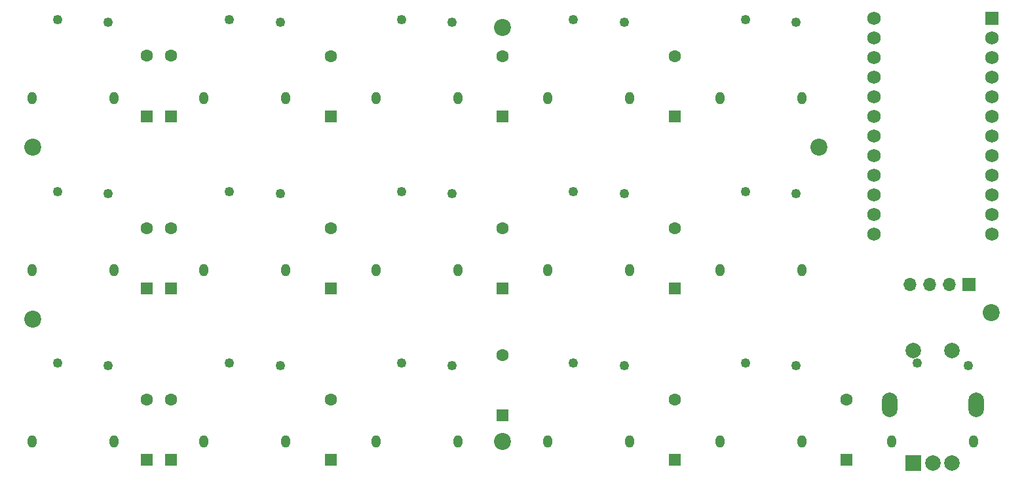
<source format=gts>
G04 #@! TF.GenerationSoftware,KiCad,Pcbnew,(6.0.1-0)*
G04 #@! TF.CreationDate,2023-03-27T09:33:25-07:00*
G04 #@! TF.ProjectId,pcb-chocmini,7063622d-6368-46f6-936d-696e692e6b69,rev?*
G04 #@! TF.SameCoordinates,Original*
G04 #@! TF.FileFunction,Soldermask,Top*
G04 #@! TF.FilePolarity,Negative*
%FSLAX46Y46*%
G04 Gerber Fmt 4.6, Leading zero omitted, Abs format (unit mm)*
G04 Created by KiCad (PCBNEW (6.0.1-0)) date 2023-03-27 09:33:25*
%MOMM*%
%LPD*%
G01*
G04 APERTURE LIST*
%ADD10O,1.200000X1.600000*%
%ADD11C,1.250000*%
%ADD12O,2.000000X3.200000*%
%ADD13R,2.000000X2.000000*%
%ADD14C,2.000000*%
%ADD15R,1.600000X1.600000*%
%ADD16C,1.600000*%
%ADD17C,2.200000*%
%ADD18R,1.700000X1.700000*%
%ADD19O,1.700000X1.700000*%
%ADD20R,1.752600X1.752600*%
%ADD21C,1.752600*%
G04 APERTURE END LIST*
D10*
X130702500Y-113493750D03*
D11*
X123412500Y-103343750D03*
D10*
X120122500Y-113493750D03*
D11*
X129992500Y-103643750D03*
D10*
X86252500Y-113493750D03*
D11*
X78962500Y-103343750D03*
D10*
X75672500Y-113493750D03*
D11*
X85542500Y-103643750D03*
D10*
X108477500Y-91268750D03*
D11*
X101187500Y-81118750D03*
D10*
X97897500Y-91268750D03*
D11*
X107767500Y-81418750D03*
D10*
X175152500Y-113493750D03*
D11*
X167862500Y-103343750D03*
D10*
X164572500Y-113493750D03*
D11*
X174442500Y-103643750D03*
D10*
X175152500Y-69043750D03*
D11*
X167862500Y-58893750D03*
D10*
X164572500Y-69043750D03*
D11*
X174442500Y-59193750D03*
D10*
X175152500Y-91268750D03*
D11*
X167862500Y-81118750D03*
D10*
X164572500Y-91268750D03*
D11*
X174442500Y-81418750D03*
D10*
X108477500Y-113493750D03*
D11*
X101187500Y-103343750D03*
D10*
X97897500Y-113493750D03*
D11*
X107767500Y-103643750D03*
D10*
X197377500Y-113493750D03*
D11*
X190087500Y-103343750D03*
D10*
X186797500Y-113493750D03*
D11*
X196667500Y-103643750D03*
D10*
X152927500Y-91268750D03*
D11*
X145637500Y-81118750D03*
D10*
X142347500Y-91268750D03*
D11*
X152217500Y-81418750D03*
D10*
X152927500Y-113493750D03*
D11*
X145637500Y-103343750D03*
D10*
X142347500Y-113493750D03*
D11*
X152217500Y-103643750D03*
D10*
X86252500Y-91268750D03*
D11*
X78962500Y-81118750D03*
D10*
X75672500Y-91268750D03*
D11*
X85542500Y-81418750D03*
D10*
X86252500Y-69043750D03*
D11*
X78962500Y-58893750D03*
D10*
X75672500Y-69043750D03*
D11*
X85542500Y-59193750D03*
D10*
X108477500Y-69043750D03*
D11*
X101187500Y-58893750D03*
D10*
X97897500Y-69043750D03*
D11*
X107767500Y-59193750D03*
D10*
X152927500Y-69043750D03*
D11*
X145637500Y-58893750D03*
D10*
X142347500Y-69043750D03*
D11*
X152217500Y-59193750D03*
D10*
X130702500Y-91268750D03*
D11*
X123412500Y-81118750D03*
D10*
X120122500Y-91268750D03*
D11*
X129992500Y-81418750D03*
D10*
X130702500Y-69043750D03*
D11*
X123412500Y-58893750D03*
D10*
X120122500Y-69043750D03*
D11*
X129992500Y-59193750D03*
D12*
X186487500Y-108743750D03*
X197687500Y-108743750D03*
D13*
X189587500Y-116243750D03*
D14*
X194587500Y-116243750D03*
X192087500Y-116243750D03*
X194587500Y-101743750D03*
X189587500Y-101743750D03*
D15*
X158750000Y-71437500D03*
D16*
X158750000Y-63637500D03*
D15*
X93662500Y-71368750D03*
D16*
X93662500Y-63568750D03*
D15*
X93662500Y-115887500D03*
D16*
X93662500Y-108087500D03*
D17*
X75803125Y-97631250D03*
X177403125Y-75406250D03*
D15*
X114300000Y-115887500D03*
D16*
X114300000Y-108087500D03*
D15*
X114300000Y-71437500D03*
D16*
X114300000Y-63637500D03*
D15*
X114300000Y-93662500D03*
D16*
X114300000Y-85862500D03*
D15*
X136525000Y-71437500D03*
D16*
X136525000Y-63637500D03*
D15*
X93662500Y-93662500D03*
D16*
X93662500Y-85862500D03*
D18*
X196757500Y-93160750D03*
D19*
X194217500Y-93160750D03*
X191677500Y-93160750D03*
X189137500Y-93160750D03*
D17*
X199628125Y-96837500D03*
D15*
X136525000Y-110075000D03*
D16*
X136525000Y-102275000D03*
D17*
X136525000Y-113506250D03*
D15*
X158750000Y-115887500D03*
D16*
X158750000Y-108087500D03*
D15*
X90487500Y-93662500D03*
D16*
X90487500Y-85862500D03*
D17*
X136525000Y-59928125D03*
X75803125Y-75406250D03*
D15*
X158750000Y-93662500D03*
D16*
X158750000Y-85862500D03*
D15*
X90487500Y-115887500D03*
D16*
X90487500Y-108087500D03*
D15*
X180975000Y-115887500D03*
D16*
X180975000Y-108087500D03*
D15*
X90487500Y-71368750D03*
D16*
X90487500Y-63568750D03*
D15*
X136525000Y-93662500D03*
D16*
X136525000Y-85862500D03*
D20*
X199707500Y-58660500D03*
D21*
X199707500Y-61200500D03*
X199707500Y-63740500D03*
X199707500Y-66280500D03*
X199707500Y-68820500D03*
X199707500Y-71360500D03*
X199707500Y-73900500D03*
X199707500Y-76440500D03*
X199707500Y-78980500D03*
X199707500Y-81520500D03*
X199707500Y-84060500D03*
X199707500Y-86600500D03*
X184467500Y-86600500D03*
X184467500Y-84060500D03*
X184467500Y-81520500D03*
X184467500Y-78980500D03*
X184467500Y-76440500D03*
X184467500Y-73900500D03*
X184467500Y-71360500D03*
X184467500Y-68820500D03*
X184467500Y-66280500D03*
X184467500Y-63740500D03*
X184467500Y-61200500D03*
X184467500Y-58660500D03*
M02*

</source>
